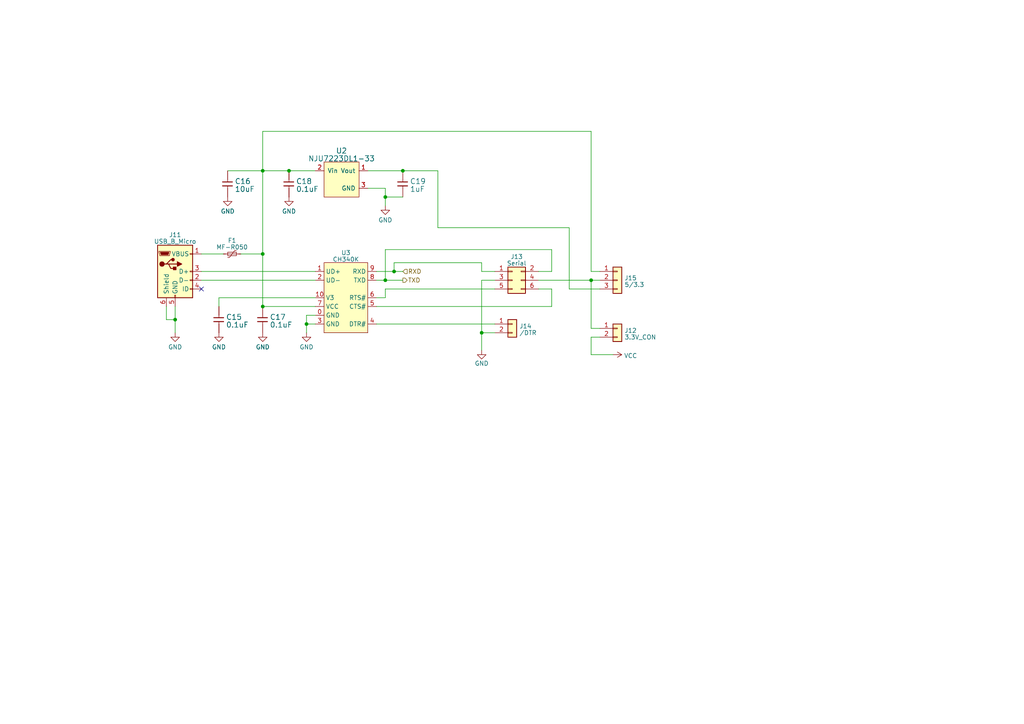
<source format=kicad_sch>
(kicad_sch (version 20230121) (generator eeschema)

  (uuid 222c645f-328a-4e57-8011-5b8c3bb15d83)

  (paper "A4")

  (lib_symbols
    (symbol "Connector:USB_B_Micro" (pin_names (offset 1.016)) (in_bom yes) (on_board yes)
      (property "Reference" "J" (at -5.08 11.43 0)
        (effects (font (size 1.27 1.27)) (justify left))
      )
      (property "Value" "USB_B_Micro" (at -5.08 8.89 0)
        (effects (font (size 1.27 1.27)) (justify left))
      )
      (property "Footprint" "" (at 3.81 -1.27 0)
        (effects (font (size 1.27 1.27)) hide)
      )
      (property "Datasheet" "~" (at 3.81 -1.27 0)
        (effects (font (size 1.27 1.27)) hide)
      )
      (property "ki_keywords" "connector USB micro" (at 0 0 0)
        (effects (font (size 1.27 1.27)) hide)
      )
      (property "ki_description" "USB Micro Type B connector" (at 0 0 0)
        (effects (font (size 1.27 1.27)) hide)
      )
      (property "ki_fp_filters" "USB*" (at 0 0 0)
        (effects (font (size 1.27 1.27)) hide)
      )
      (symbol "USB_B_Micro_0_1"
        (rectangle (start -5.08 -7.62) (end 5.08 7.62)
          (stroke (width 0.254) (type default))
          (fill (type background))
        )
        (circle (center -3.81 2.159) (radius 0.635)
          (stroke (width 0.254) (type default))
          (fill (type outline))
        )
        (circle (center -0.635 3.429) (radius 0.381)
          (stroke (width 0.254) (type default))
          (fill (type outline))
        )
        (rectangle (start -0.127 -7.62) (end 0.127 -6.858)
          (stroke (width 0) (type default))
          (fill (type none))
        )
        (polyline
          (pts
            (xy -1.905 2.159)
            (xy 0.635 2.159)
          )
          (stroke (width 0.254) (type default))
          (fill (type none))
        )
        (polyline
          (pts
            (xy -3.175 2.159)
            (xy -2.54 2.159)
            (xy -1.27 3.429)
            (xy -0.635 3.429)
          )
          (stroke (width 0.254) (type default))
          (fill (type none))
        )
        (polyline
          (pts
            (xy -2.54 2.159)
            (xy -1.905 2.159)
            (xy -1.27 0.889)
            (xy 0 0.889)
          )
          (stroke (width 0.254) (type default))
          (fill (type none))
        )
        (polyline
          (pts
            (xy 0.635 2.794)
            (xy 0.635 1.524)
            (xy 1.905 2.159)
            (xy 0.635 2.794)
          )
          (stroke (width 0.254) (type default))
          (fill (type outline))
        )
        (polyline
          (pts
            (xy -4.318 5.588)
            (xy -1.778 5.588)
            (xy -2.032 4.826)
            (xy -4.064 4.826)
            (xy -4.318 5.588)
          )
          (stroke (width 0) (type default))
          (fill (type outline))
        )
        (polyline
          (pts
            (xy -4.699 5.842)
            (xy -4.699 5.588)
            (xy -4.445 4.826)
            (xy -4.445 4.572)
            (xy -1.651 4.572)
            (xy -1.651 4.826)
            (xy -1.397 5.588)
            (xy -1.397 5.842)
            (xy -4.699 5.842)
          )
          (stroke (width 0) (type default))
          (fill (type none))
        )
        (rectangle (start 0.254 1.27) (end -0.508 0.508)
          (stroke (width 0.254) (type default))
          (fill (type outline))
        )
        (rectangle (start 5.08 -5.207) (end 4.318 -4.953)
          (stroke (width 0) (type default))
          (fill (type none))
        )
        (rectangle (start 5.08 -2.667) (end 4.318 -2.413)
          (stroke (width 0) (type default))
          (fill (type none))
        )
        (rectangle (start 5.08 -0.127) (end 4.318 0.127)
          (stroke (width 0) (type default))
          (fill (type none))
        )
        (rectangle (start 5.08 4.953) (end 4.318 5.207)
          (stroke (width 0) (type default))
          (fill (type none))
        )
      )
      (symbol "USB_B_Micro_1_1"
        (pin power_out line (at 7.62 5.08 180) (length 2.54)
          (name "VBUS" (effects (font (size 1.27 1.27))))
          (number "1" (effects (font (size 1.27 1.27))))
        )
        (pin bidirectional line (at 7.62 -2.54 180) (length 2.54)
          (name "D-" (effects (font (size 1.27 1.27))))
          (number "2" (effects (font (size 1.27 1.27))))
        )
        (pin bidirectional line (at 7.62 0 180) (length 2.54)
          (name "D+" (effects (font (size 1.27 1.27))))
          (number "3" (effects (font (size 1.27 1.27))))
        )
        (pin passive line (at 7.62 -5.08 180) (length 2.54)
          (name "ID" (effects (font (size 1.27 1.27))))
          (number "4" (effects (font (size 1.27 1.27))))
        )
        (pin power_out line (at 0 -10.16 90) (length 2.54)
          (name "GND" (effects (font (size 1.27 1.27))))
          (number "5" (effects (font (size 1.27 1.27))))
        )
        (pin passive line (at -2.54 -10.16 90) (length 2.54)
          (name "Shield" (effects (font (size 1.27 1.27))))
          (number "6" (effects (font (size 1.27 1.27))))
        )
      )
    )
    (symbol "Connector_Generic:Conn_01x02" (pin_names (offset 1.016) hide) (in_bom yes) (on_board yes)
      (property "Reference" "J" (at 0 2.54 0)
        (effects (font (size 1.27 1.27)))
      )
      (property "Value" "Conn_01x02" (at 0 -5.08 0)
        (effects (font (size 1.27 1.27)))
      )
      (property "Footprint" "" (at 0 0 0)
        (effects (font (size 1.27 1.27)) hide)
      )
      (property "Datasheet" "~" (at 0 0 0)
        (effects (font (size 1.27 1.27)) hide)
      )
      (property "ki_keywords" "connector" (at 0 0 0)
        (effects (font (size 1.27 1.27)) hide)
      )
      (property "ki_description" "Generic connector, single row, 01x02, script generated (kicad-library-utils/schlib/autogen/connector/)" (at 0 0 0)
        (effects (font (size 1.27 1.27)) hide)
      )
      (property "ki_fp_filters" "Connector*:*_1x??_*" (at 0 0 0)
        (effects (font (size 1.27 1.27)) hide)
      )
      (symbol "Conn_01x02_1_1"
        (rectangle (start -1.27 -2.413) (end 0 -2.667)
          (stroke (width 0.1524) (type default))
          (fill (type none))
        )
        (rectangle (start -1.27 0.127) (end 0 -0.127)
          (stroke (width 0.1524) (type default))
          (fill (type none))
        )
        (rectangle (start -1.27 1.27) (end 1.27 -3.81)
          (stroke (width 0.254) (type default))
          (fill (type background))
        )
        (pin passive line (at -5.08 0 0) (length 3.81)
          (name "Pin_1" (effects (font (size 1.27 1.27))))
          (number "1" (effects (font (size 1.27 1.27))))
        )
        (pin passive line (at -5.08 -2.54 0) (length 3.81)
          (name "Pin_2" (effects (font (size 1.27 1.27))))
          (number "2" (effects (font (size 1.27 1.27))))
        )
      )
    )
    (symbol "Connector_Generic:Conn_01x03" (pin_names (offset 1.016) hide) (in_bom yes) (on_board yes)
      (property "Reference" "J" (at 0 5.08 0)
        (effects (font (size 1.27 1.27)))
      )
      (property "Value" "Conn_01x03" (at 0 -5.08 0)
        (effects (font (size 1.27 1.27)))
      )
      (property "Footprint" "" (at 0 0 0)
        (effects (font (size 1.27 1.27)) hide)
      )
      (property "Datasheet" "~" (at 0 0 0)
        (effects (font (size 1.27 1.27)) hide)
      )
      (property "ki_keywords" "connector" (at 0 0 0)
        (effects (font (size 1.27 1.27)) hide)
      )
      (property "ki_description" "Generic connector, single row, 01x03, script generated (kicad-library-utils/schlib/autogen/connector/)" (at 0 0 0)
        (effects (font (size 1.27 1.27)) hide)
      )
      (property "ki_fp_filters" "Connector*:*_1x??_*" (at 0 0 0)
        (effects (font (size 1.27 1.27)) hide)
      )
      (symbol "Conn_01x03_1_1"
        (rectangle (start -1.27 -2.413) (end 0 -2.667)
          (stroke (width 0.1524) (type default))
          (fill (type none))
        )
        (rectangle (start -1.27 0.127) (end 0 -0.127)
          (stroke (width 0.1524) (type default))
          (fill (type none))
        )
        (rectangle (start -1.27 2.667) (end 0 2.413)
          (stroke (width 0.1524) (type default))
          (fill (type none))
        )
        (rectangle (start -1.27 3.81) (end 1.27 -3.81)
          (stroke (width 0.254) (type default))
          (fill (type background))
        )
        (pin passive line (at -5.08 2.54 0) (length 3.81)
          (name "Pin_1" (effects (font (size 1.27 1.27))))
          (number "1" (effects (font (size 1.27 1.27))))
        )
        (pin passive line (at -5.08 0 0) (length 3.81)
          (name "Pin_2" (effects (font (size 1.27 1.27))))
          (number "2" (effects (font (size 1.27 1.27))))
        )
        (pin passive line (at -5.08 -2.54 0) (length 3.81)
          (name "Pin_3" (effects (font (size 1.27 1.27))))
          (number "3" (effects (font (size 1.27 1.27))))
        )
      )
    )
    (symbol "Connector_Generic:Conn_02x03_Odd_Even" (pin_names (offset 1.016) hide) (in_bom yes) (on_board yes)
      (property "Reference" "J" (at 1.27 5.08 0)
        (effects (font (size 1.27 1.27)))
      )
      (property "Value" "Conn_02x03_Odd_Even" (at 1.27 -5.08 0)
        (effects (font (size 1.27 1.27)))
      )
      (property "Footprint" "" (at 0 0 0)
        (effects (font (size 1.27 1.27)) hide)
      )
      (property "Datasheet" "~" (at 0 0 0)
        (effects (font (size 1.27 1.27)) hide)
      )
      (property "ki_keywords" "connector" (at 0 0 0)
        (effects (font (size 1.27 1.27)) hide)
      )
      (property "ki_description" "Generic connector, double row, 02x03, odd/even pin numbering scheme (row 1 odd numbers, row 2 even numbers), script generated (kicad-library-utils/schlib/autogen/connector/)" (at 0 0 0)
        (effects (font (size 1.27 1.27)) hide)
      )
      (property "ki_fp_filters" "Connector*:*_2x??_*" (at 0 0 0)
        (effects (font (size 1.27 1.27)) hide)
      )
      (symbol "Conn_02x03_Odd_Even_1_1"
        (rectangle (start -1.27 -2.413) (end 0 -2.667)
          (stroke (width 0.1524) (type default))
          (fill (type none))
        )
        (rectangle (start -1.27 0.127) (end 0 -0.127)
          (stroke (width 0.1524) (type default))
          (fill (type none))
        )
        (rectangle (start -1.27 2.667) (end 0 2.413)
          (stroke (width 0.1524) (type default))
          (fill (type none))
        )
        (rectangle (start -1.27 3.81) (end 3.81 -3.81)
          (stroke (width 0.254) (type default))
          (fill (type background))
        )
        (rectangle (start 3.81 -2.413) (end 2.54 -2.667)
          (stroke (width 0.1524) (type default))
          (fill (type none))
        )
        (rectangle (start 3.81 0.127) (end 2.54 -0.127)
          (stroke (width 0.1524) (type default))
          (fill (type none))
        )
        (rectangle (start 3.81 2.667) (end 2.54 2.413)
          (stroke (width 0.1524) (type default))
          (fill (type none))
        )
        (pin passive line (at -5.08 2.54 0) (length 3.81)
          (name "Pin_1" (effects (font (size 1.27 1.27))))
          (number "1" (effects (font (size 1.27 1.27))))
        )
        (pin passive line (at 7.62 2.54 180) (length 3.81)
          (name "Pin_2" (effects (font (size 1.27 1.27))))
          (number "2" (effects (font (size 1.27 1.27))))
        )
        (pin passive line (at -5.08 0 0) (length 3.81)
          (name "Pin_3" (effects (font (size 1.27 1.27))))
          (number "3" (effects (font (size 1.27 1.27))))
        )
        (pin passive line (at 7.62 0 180) (length 3.81)
          (name "Pin_4" (effects (font (size 1.27 1.27))))
          (number "4" (effects (font (size 1.27 1.27))))
        )
        (pin passive line (at -5.08 -2.54 0) (length 3.81)
          (name "Pin_5" (effects (font (size 1.27 1.27))))
          (number "5" (effects (font (size 1.27 1.27))))
        )
        (pin passive line (at 7.62 -2.54 180) (length 3.81)
          (name "Pin_6" (effects (font (size 1.27 1.27))))
          (number "6" (effects (font (size 1.27 1.27))))
        )
      )
    )
    (symbol "Device:Polyfuse_Small" (pin_numbers hide) (pin_names (offset 0)) (in_bom yes) (on_board yes)
      (property "Reference" "F" (at -1.905 0 90)
        (effects (font (size 1.27 1.27)))
      )
      (property "Value" "Polyfuse_Small" (at 1.905 0 90)
        (effects (font (size 1.27 1.27)))
      )
      (property "Footprint" "" (at 1.27 -5.08 0)
        (effects (font (size 1.27 1.27)) (justify left) hide)
      )
      (property "Datasheet" "~" (at 0 0 0)
        (effects (font (size 1.27 1.27)) hide)
      )
      (property "ki_keywords" "resettable fuse PTC PPTC polyfuse polyswitch" (at 0 0 0)
        (effects (font (size 1.27 1.27)) hide)
      )
      (property "ki_description" "Resettable fuse, polymeric positive temperature coefficient, small symbol" (at 0 0 0)
        (effects (font (size 1.27 1.27)) hide)
      )
      (property "ki_fp_filters" "*polyfuse* *PTC*" (at 0 0 0)
        (effects (font (size 1.27 1.27)) hide)
      )
      (symbol "Polyfuse_Small_0_1"
        (rectangle (start -0.508 1.27) (end 0.508 -1.27)
          (stroke (width 0) (type default))
          (fill (type none))
        )
        (polyline
          (pts
            (xy 0 2.54)
            (xy 0 -2.54)
          )
          (stroke (width 0) (type default))
          (fill (type none))
        )
        (polyline
          (pts
            (xy -1.016 1.27)
            (xy -1.016 0.762)
            (xy 1.016 -0.762)
            (xy 1.016 -1.27)
          )
          (stroke (width 0) (type default))
          (fill (type none))
        )
      )
      (symbol "Polyfuse_Small_1_1"
        (pin passive line (at 0 2.54 270) (length 0.635)
          (name "~" (effects (font (size 1.27 1.27))))
          (number "1" (effects (font (size 1.27 1.27))))
        )
        (pin passive line (at 0 -2.54 90) (length 0.635)
          (name "~" (effects (font (size 1.27 1.27))))
          (number "2" (effects (font (size 1.27 1.27))))
        )
      )
    )
    (symbol "akizuki:C" (pin_numbers hide) (pin_names (offset 1.016) hide) (in_bom yes) (on_board yes)
      (property "Reference" "C" (at 2.54 2.54 0)
        (effects (font (size 1.524 1.524)))
      )
      (property "Value" "C" (at -2.54 -2.54 0)
        (effects (font (size 1.524 1.524)))
      )
      (property "Footprint" "" (at 0 0 90)
        (effects (font (size 1.524 1.524)) hide)
      )
      (property "Datasheet" "" (at 0 0 90)
        (effects (font (size 1.524 1.524)) hide)
      )
      (property "ki_fp_filters" "RAD-0.2 1608" (at 0 0 0)
        (effects (font (size 1.27 1.27)) hide)
      )
      (symbol "C_0_1"
        (rectangle (start -1.524 -0.508) (end 1.397 -0.635)
          (stroke (width 0) (type default))
          (fill (type none))
        )
        (rectangle (start -1.524 0.635) (end 1.397 0.508)
          (stroke (width 0) (type default))
          (fill (type none))
        )
        (rectangle (start 0 -0.635) (end 0 -1.27)
          (stroke (width 0) (type default))
          (fill (type none))
        )
        (rectangle (start 0 1.27) (end 0 0.635)
          (stroke (width 0) (type default))
          (fill (type none))
        )
      )
      (symbol "C_1_1"
        (pin passive line (at 0 -3.81 90) (length 2.54)
          (name "~" (effects (font (size 1.27 1.27))))
          (number "1" (effects (font (size 1.27 1.27))))
        )
        (pin passive line (at 0 3.81 270) (length 2.54)
          (name "~" (effects (font (size 1.27 1.27))))
          (number "2" (effects (font (size 1.27 1.27))))
        )
      )
    )
    (symbol "akizuki:CH340K" (in_bom yes) (on_board yes)
      (property "Reference" "U" (at 0 13.97 0)
        (effects (font (size 1.27 1.27)))
      )
      (property "Value" "CH340K" (at 0 11.43 0)
        (effects (font (size 1.27 1.27)))
      )
      (property "Footprint" "Library:SSOP-10_3.9x4.9mm_P1.00mm" (at 0 -11.43 0)
        (effects (font (size 1.27 1.27)) hide)
      )
      (property "Datasheet" "" (at 0 1.27 0)
        (effects (font (size 1.27 1.27)) hide)
      )
      (property "ki_keywords" "CH340" (at 0 0 0)
        (effects (font (size 1.27 1.27)) hide)
      )
      (property "ki_description" "USB to UART Bridge Controller CH340" (at 0 0 0)
        (effects (font (size 1.27 1.27)) hide)
      )
      (symbol "CH340K_0_1"
        (rectangle (start -6.35 10.16) (end 6.35 -10.16)
          (stroke (width 0) (type default))
          (fill (type background))
        )
      )
      (symbol "CH340K_1_1"
        (pin power_in line (at -8.89 -5.08 0) (length 2.54)
          (name "GND" (effects (font (size 1.27 1.27))))
          (number "0" (effects (font (size 1.27 1.27))))
        )
        (pin passive line (at -8.89 7.62 0) (length 2.54)
          (name "UD+" (effects (font (size 1.27 1.27))))
          (number "1" (effects (font (size 1.27 1.27))))
        )
        (pin power_in line (at -8.89 0 0) (length 2.54)
          (name "V3" (effects (font (size 1.27 1.27))))
          (number "10" (effects (font (size 1.27 1.27))))
        )
        (pin passive line (at -8.89 5.08 0) (length 2.54)
          (name "UD-" (effects (font (size 1.27 1.27))))
          (number "2" (effects (font (size 1.27 1.27))))
        )
        (pin power_in line (at -8.89 -7.62 0) (length 2.54)
          (name "GND" (effects (font (size 1.27 1.27))))
          (number "3" (effects (font (size 1.27 1.27))))
        )
        (pin output line (at 8.89 -7.62 180) (length 2.54)
          (name "DTR#" (effects (font (size 1.27 1.27))))
          (number "4" (effects (font (size 1.27 1.27))))
        )
        (pin input line (at 8.89 -2.54 180) (length 2.54)
          (name "CTS#" (effects (font (size 1.27 1.27))))
          (number "5" (effects (font (size 1.27 1.27))))
        )
        (pin output line (at 8.89 0 180) (length 2.54)
          (name "RTS#" (effects (font (size 1.27 1.27))))
          (number "6" (effects (font (size 1.27 1.27))))
        )
        (pin power_in line (at -8.89 -2.54 0) (length 2.54)
          (name "VCC" (effects (font (size 1.27 1.27))))
          (number "7" (effects (font (size 1.27 1.27))))
        )
        (pin output line (at 8.89 5.08 180) (length 2.54)
          (name "TXD" (effects (font (size 1.27 1.27))))
          (number "8" (effects (font (size 1.27 1.27))))
        )
        (pin input line (at 8.89 7.62 180) (length 2.54)
          (name "RXD" (effects (font (size 1.27 1.27))))
          (number "9" (effects (font (size 1.27 1.27))))
        )
      )
    )
    (symbol "akizuki:NJU7223DL1-33" (pin_names (offset 1.016)) (in_bom yes) (on_board yes)
      (property "Reference" "U" (at 2.54 6.35 0)
        (effects (font (size 1.524 1.524)))
      )
      (property "Value" "NJU7223DL1-33" (at 3.81 -6.35 0)
        (effects (font (size 1.524 1.524)))
      )
      (property "Footprint" "Package_TO_SOT_SMD:TO-252-2" (at 0 0 0)
        (effects (font (size 1.524 1.524)) hide)
      )
      (property "Datasheet" "http://akizukidenshi.com/download/ds/njr/NJU7223_j.pdf" (at 0 0 0)
        (effects (font (size 1.524 1.524)) hide)
      )
      (property "ki_description" "JRC 3.3V/500mA Regulator" (at 0 0 0)
        (effects (font (size 1.27 1.27)) hide)
      )
      (property "ki_fp_filters" "TO-252" (at 0 0 0)
        (effects (font (size 1.27 1.27)) hide)
      )
      (symbol "NJU7223DL1-33_0_1"
        (rectangle (start -5.08 5.08) (end 5.08 -5.08)
          (stroke (width 0) (type default))
          (fill (type background))
        )
      )
      (symbol "NJU7223DL1-33_1_1"
        (pin power_out line (at 7.62 2.54 180) (length 2.54)
          (name "Vout" (effects (font (size 1.27 1.27))))
          (number "1" (effects (font (size 1.27 1.27))))
        )
        (pin power_in line (at -7.62 2.54 0) (length 2.54)
          (name "Vin" (effects (font (size 1.27 1.27))))
          (number "2" (effects (font (size 1.27 1.27))))
        )
        (pin power_in line (at 7.62 -2.54 180) (length 2.54)
          (name "GND" (effects (font (size 1.27 1.27))))
          (number "3" (effects (font (size 1.27 1.27))))
        )
      )
    )
    (symbol "power:GND" (power) (pin_names (offset 0)) (in_bom yes) (on_board yes)
      (property "Reference" "#PWR" (at 0 -6.35 0)
        (effects (font (size 1.27 1.27)) hide)
      )
      (property "Value" "GND" (at 0 -3.81 0)
        (effects (font (size 1.27 1.27)))
      )
      (property "Footprint" "" (at 0 0 0)
        (effects (font (size 1.27 1.27)) hide)
      )
      (property "Datasheet" "" (at 0 0 0)
        (effects (font (size 1.27 1.27)) hide)
      )
      (property "ki_keywords" "global power" (at 0 0 0)
        (effects (font (size 1.27 1.27)) hide)
      )
      (property "ki_description" "Power symbol creates a global label with name \"GND\" , ground" (at 0 0 0)
        (effects (font (size 1.27 1.27)) hide)
      )
      (symbol "GND_0_1"
        (polyline
          (pts
            (xy 0 0)
            (xy 0 -1.27)
            (xy 1.27 -1.27)
            (xy 0 -2.54)
            (xy -1.27 -1.27)
            (xy 0 -1.27)
          )
          (stroke (width 0) (type default))
          (fill (type none))
        )
      )
      (symbol "GND_1_1"
        (pin power_in line (at 0 0 270) (length 0) hide
          (name "GND" (effects (font (size 1.27 1.27))))
          (number "1" (effects (font (size 1.27 1.27))))
        )
      )
    )
    (symbol "power:VCC" (power) (pin_names (offset 0)) (in_bom yes) (on_board yes)
      (property "Reference" "#PWR" (at 0 -3.81 0)
        (effects (font (size 1.27 1.27)) hide)
      )
      (property "Value" "VCC" (at 0 3.81 0)
        (effects (font (size 1.27 1.27)))
      )
      (property "Footprint" "" (at 0 0 0)
        (effects (font (size 1.27 1.27)) hide)
      )
      (property "Datasheet" "" (at 0 0 0)
        (effects (font (size 1.27 1.27)) hide)
      )
      (property "ki_keywords" "global power" (at 0 0 0)
        (effects (font (size 1.27 1.27)) hide)
      )
      (property "ki_description" "Power symbol creates a global label with name \"VCC\"" (at 0 0 0)
        (effects (font (size 1.27 1.27)) hide)
      )
      (symbol "VCC_0_1"
        (polyline
          (pts
            (xy -0.762 1.27)
            (xy 0 2.54)
          )
          (stroke (width 0) (type default))
          (fill (type none))
        )
        (polyline
          (pts
            (xy 0 0)
            (xy 0 2.54)
          )
          (stroke (width 0) (type default))
          (fill (type none))
        )
        (polyline
          (pts
            (xy 0 2.54)
            (xy 0.762 1.27)
          )
          (stroke (width 0) (type default))
          (fill (type none))
        )
      )
      (symbol "VCC_1_1"
        (pin power_in line (at 0 0 90) (length 0) hide
          (name "VCC" (effects (font (size 1.27 1.27))))
          (number "1" (effects (font (size 1.27 1.27))))
        )
      )
    )
  )

  (junction (at 171.45 81.28) (diameter 0) (color 0 0 0 0)
    (uuid 01d39f53-60a8-4e02-801c-e6c5047a5a86)
  )
  (junction (at 111.76 57.15) (diameter 0) (color 0 0 0 0)
    (uuid 17a56cb6-72e9-4960-a653-0699ec3525d4)
  )
  (junction (at 88.9 93.98) (diameter 0) (color 0 0 0 0)
    (uuid 23be2b79-9c8e-45d5-aeee-d57892b8a0aa)
  )
  (junction (at 83.82 49.53) (diameter 0) (color 0 0 0 0)
    (uuid 3476185f-d2d2-4115-9a8e-0fcdc09cb2d0)
  )
  (junction (at 76.2 49.53) (diameter 0) (color 0 0 0 0)
    (uuid 6fdc6b01-9b24-463a-91f7-6360b7190e63)
  )
  (junction (at 116.84 49.53) (diameter 0) (color 0 0 0 0)
    (uuid 79655179-b4eb-455a-9d7c-07d48412f629)
  )
  (junction (at 139.7 96.52) (diameter 0) (color 0 0 0 0)
    (uuid 79853ed2-d0c1-4a59-be7d-679ba452ced7)
  )
  (junction (at 50.8 92.71) (diameter 0) (color 0 0 0 0)
    (uuid 7afa08e4-4dc4-448f-a346-4e44aca68aa0)
  )
  (junction (at 76.2 73.66) (diameter 0) (color 0 0 0 0)
    (uuid 82b58613-7bb4-467d-aeee-44a273db18f9)
  )
  (junction (at 111.76 81.28) (diameter 0) (color 0 0 0 0)
    (uuid a4df415d-c930-4ca4-b7c4-85b107f80ad6)
  )
  (junction (at 76.2 88.9) (diameter 0) (color 0 0 0 0)
    (uuid c664cf01-b23d-4e64-8b18-9402c610ba73)
  )
  (junction (at 114.3 78.74) (diameter 0) (color 0 0 0 0)
    (uuid fb96b098-231f-4b88-9e41-7faa51829cfa)
  )

  (no_connect (at 58.42 83.82) (uuid 968f2bcf-0a6d-4106-ba3d-02fd0c5403d9))

  (wire (pts (xy 171.45 81.28) (xy 173.99 81.28))
    (stroke (width 0) (type default))
    (uuid 01763f29-97a6-4b30-8a17-8e5353da2384)
  )
  (wire (pts (xy 111.76 81.28) (xy 116.84 81.28))
    (stroke (width 0) (type default))
    (uuid 038e59c4-2158-4de1-a4a4-80fde4b6a348)
  )
  (wire (pts (xy 76.2 38.1) (xy 76.2 49.53))
    (stroke (width 0) (type default))
    (uuid 19fb3fb9-a45c-430c-b80c-ecfbae74ef0d)
  )
  (wire (pts (xy 88.9 93.98) (xy 88.9 96.52))
    (stroke (width 0) (type default))
    (uuid 22baf6ce-513e-4530-9d7a-5c78667246d9)
  )
  (wire (pts (xy 109.22 78.74) (xy 114.3 78.74))
    (stroke (width 0) (type default))
    (uuid 30678205-1c1d-4f80-82f0-7ce892de419c)
  )
  (wire (pts (xy 111.76 57.15) (xy 111.76 54.61))
    (stroke (width 0) (type default))
    (uuid 3617a197-b9e7-43d4-8200-306445b05904)
  )
  (wire (pts (xy 171.45 97.79) (xy 171.45 102.87))
    (stroke (width 0) (type default))
    (uuid 3ae5153a-1aee-4cc0-9f00-ed995037b64f)
  )
  (wire (pts (xy 160.02 72.39) (xy 111.76 72.39))
    (stroke (width 0) (type default))
    (uuid 3b54cb9d-ccae-4dcc-93e5-1de141598f6a)
  )
  (wire (pts (xy 109.22 81.28) (xy 111.76 81.28))
    (stroke (width 0) (type default))
    (uuid 4174576d-b5bb-440f-b71f-c96abfd4208d)
  )
  (wire (pts (xy 114.3 78.74) (xy 114.3 76.2))
    (stroke (width 0) (type default))
    (uuid 426325e2-c89f-4558-ab6a-913ed9b70037)
  )
  (wire (pts (xy 173.99 78.74) (xy 171.45 78.74))
    (stroke (width 0) (type default))
    (uuid 503ca56e-0ffc-440f-9b85-16cfd1635e52)
  )
  (wire (pts (xy 76.2 49.53) (xy 76.2 73.66))
    (stroke (width 0) (type default))
    (uuid 569f35ff-af4f-46b9-82e8-8183843ef85e)
  )
  (wire (pts (xy 160.02 88.9) (xy 160.02 83.82))
    (stroke (width 0) (type default))
    (uuid 57af68ac-d47a-41f3-8354-e2b5c24f789c)
  )
  (wire (pts (xy 76.2 88.9) (xy 91.44 88.9))
    (stroke (width 0) (type default))
    (uuid 57c9aeb2-39b5-4d54-ab69-3462c86e44d1)
  )
  (wire (pts (xy 106.68 49.53) (xy 116.84 49.53))
    (stroke (width 0) (type default))
    (uuid 5aea656e-cdbb-4746-974f-393c8a75a20e)
  )
  (wire (pts (xy 171.45 102.87) (xy 177.8 102.87))
    (stroke (width 0) (type default))
    (uuid 5afaf38b-68fc-4557-ae95-4d683b4f24f4)
  )
  (wire (pts (xy 160.02 78.74) (xy 160.02 72.39))
    (stroke (width 0) (type default))
    (uuid 5db4dfa6-85f8-4cb0-8914-27a3270895d2)
  )
  (wire (pts (xy 88.9 93.98) (xy 91.44 93.98))
    (stroke (width 0) (type default))
    (uuid 5f58405c-7a28-4a46-8c91-619bd8a18940)
  )
  (wire (pts (xy 69.85 73.66) (xy 76.2 73.66))
    (stroke (width 0) (type default))
    (uuid 625ceb5b-b041-41f8-a722-3293ca294f75)
  )
  (wire (pts (xy 50.8 92.71) (xy 50.8 96.52))
    (stroke (width 0) (type default))
    (uuid 62683996-aa78-4109-a14c-88ddd6465d51)
  )
  (wire (pts (xy 111.76 57.15) (xy 116.84 57.15))
    (stroke (width 0) (type default))
    (uuid 6275d556-76ee-4c47-b071-c319662f1929)
  )
  (wire (pts (xy 111.76 86.36) (xy 111.76 83.82))
    (stroke (width 0) (type default))
    (uuid 65b8c763-bcac-45d9-a957-65c3dab9f81b)
  )
  (wire (pts (xy 58.42 81.28) (xy 91.44 81.28))
    (stroke (width 0) (type default))
    (uuid 65d01cb7-0924-49e7-b699-2887bee51a00)
  )
  (wire (pts (xy 139.7 81.28) (xy 139.7 96.52))
    (stroke (width 0) (type default))
    (uuid 66de35a5-7f62-4a24-b69d-abdc60e906b2)
  )
  (wire (pts (xy 50.8 88.9) (xy 50.8 92.71))
    (stroke (width 0) (type default))
    (uuid 682508de-8b85-460a-91c7-7e2751ea51fc)
  )
  (wire (pts (xy 139.7 78.74) (xy 143.51 78.74))
    (stroke (width 0) (type default))
    (uuid 692dd182-8665-4cf6-a8f1-75e1ba0b88ce)
  )
  (wire (pts (xy 139.7 96.52) (xy 139.7 101.6))
    (stroke (width 0) (type default))
    (uuid 6b707183-3cd7-4b83-a796-049eacf2813c)
  )
  (wire (pts (xy 111.76 59.69) (xy 111.76 57.15))
    (stroke (width 0) (type default))
    (uuid 6b83678d-ca83-402f-ad4d-1f337bd60162)
  )
  (wire (pts (xy 171.45 38.1) (xy 76.2 38.1))
    (stroke (width 0) (type default))
    (uuid 6b973a2b-b2b8-4389-991b-c6e4551370d7)
  )
  (wire (pts (xy 173.99 97.79) (xy 171.45 97.79))
    (stroke (width 0) (type default))
    (uuid 7095b952-0ed9-442e-be29-d365b617e722)
  )
  (wire (pts (xy 91.44 86.36) (xy 63.5 86.36))
    (stroke (width 0) (type default))
    (uuid 72399a91-b452-47d4-add5-0ea9bdd8bf29)
  )
  (wire (pts (xy 171.45 78.74) (xy 171.45 38.1))
    (stroke (width 0) (type default))
    (uuid 73c959b6-850e-4447-8046-5e011453b612)
  )
  (wire (pts (xy 156.21 81.28) (xy 171.45 81.28))
    (stroke (width 0) (type default))
    (uuid 767e809c-47c5-44cf-93ac-12300ccde353)
  )
  (wire (pts (xy 171.45 81.28) (xy 171.45 95.25))
    (stroke (width 0) (type default))
    (uuid 76d6da3f-b6b7-4987-8b01-8998bc1e5650)
  )
  (wire (pts (xy 58.42 78.74) (xy 91.44 78.74))
    (stroke (width 0) (type default))
    (uuid 76e41db0-b113-4173-bf48-0504f1b9c3af)
  )
  (wire (pts (xy 156.21 78.74) (xy 160.02 78.74))
    (stroke (width 0) (type default))
    (uuid 76f4014e-01ed-4124-9ed3-673d3a210a24)
  )
  (wire (pts (xy 83.82 49.53) (xy 91.44 49.53))
    (stroke (width 0) (type default))
    (uuid 7b2a0f2c-244c-499c-87f6-dc51dff4de3d)
  )
  (wire (pts (xy 160.02 83.82) (xy 156.21 83.82))
    (stroke (width 0) (type default))
    (uuid 7e9b259e-f877-4b6f-ba76-9bc92f0fc2b6)
  )
  (wire (pts (xy 109.22 88.9) (xy 160.02 88.9))
    (stroke (width 0) (type default))
    (uuid 8045e2c8-7ecf-4733-9286-8ffa237167f1)
  )
  (wire (pts (xy 48.26 92.71) (xy 50.8 92.71))
    (stroke (width 0) (type default))
    (uuid 808bf5dc-3832-4424-b5c8-d6c1992ac2b4)
  )
  (wire (pts (xy 173.99 95.25) (xy 171.45 95.25))
    (stroke (width 0) (type default))
    (uuid 81d66122-5bb2-46ca-85d5-df83c06e96db)
  )
  (wire (pts (xy 91.44 91.44) (xy 88.9 91.44))
    (stroke (width 0) (type default))
    (uuid 8f85be67-18a6-4f1f-8b4b-792d47121361)
  )
  (wire (pts (xy 114.3 78.74) (xy 116.84 78.74))
    (stroke (width 0) (type default))
    (uuid 9a5f76ef-86fd-4836-8383-934ebf61a93b)
  )
  (wire (pts (xy 139.7 76.2) (xy 139.7 78.74))
    (stroke (width 0) (type default))
    (uuid 9e68446c-9cf8-4e6f-948b-bb7db58fd1e8)
  )
  (wire (pts (xy 58.42 73.66) (xy 64.77 73.66))
    (stroke (width 0) (type default))
    (uuid 9f9d3b5c-6c4e-4c1b-ad55-e448d9b7c9a6)
  )
  (wire (pts (xy 109.22 93.98) (xy 143.51 93.98))
    (stroke (width 0) (type default))
    (uuid a028802c-60a5-4044-a94c-d07336486b77)
  )
  (wire (pts (xy 111.76 83.82) (xy 143.51 83.82))
    (stroke (width 0) (type default))
    (uuid a0c27532-f0a3-4db8-9e20-6efbb939694b)
  )
  (wire (pts (xy 173.99 83.82) (xy 165.1 83.82))
    (stroke (width 0) (type default))
    (uuid a47fff26-eb0b-42b8-998b-fb1c909cf5df)
  )
  (wire (pts (xy 127 66.04) (xy 127 49.53))
    (stroke (width 0) (type default))
    (uuid ab692432-49fc-4277-95a9-f08ff9e7c425)
  )
  (wire (pts (xy 83.82 49.53) (xy 76.2 49.53))
    (stroke (width 0) (type default))
    (uuid abfe4203-e4f6-4fbd-9063-9a27f5ac1888)
  )
  (wire (pts (xy 76.2 73.66) (xy 76.2 88.9))
    (stroke (width 0) (type default))
    (uuid ac8143c8-9a7b-4838-982d-279a6e85126e)
  )
  (wire (pts (xy 48.26 88.9) (xy 48.26 92.71))
    (stroke (width 0) (type default))
    (uuid b4d34b4f-51bf-48fd-82b6-44c31608fdd3)
  )
  (wire (pts (xy 139.7 96.52) (xy 143.51 96.52))
    (stroke (width 0) (type default))
    (uuid b7254c22-c9a6-43d8-8e6a-c6e2983ac560)
  )
  (wire (pts (xy 88.9 91.44) (xy 88.9 93.98))
    (stroke (width 0) (type default))
    (uuid c1b8c364-7aa7-45f7-a507-658859e644fa)
  )
  (wire (pts (xy 106.68 54.61) (xy 111.76 54.61))
    (stroke (width 0) (type default))
    (uuid d82efcfc-a526-48f5-bcab-a5d32875bfe5)
  )
  (wire (pts (xy 143.51 81.28) (xy 139.7 81.28))
    (stroke (width 0) (type default))
    (uuid d915486b-7680-46f2-9305-4c779a30be67)
  )
  (wire (pts (xy 165.1 66.04) (xy 127 66.04))
    (stroke (width 0) (type default))
    (uuid dc1825ee-a6b1-4bc1-be41-64a6ba804d43)
  )
  (wire (pts (xy 165.1 83.82) (xy 165.1 66.04))
    (stroke (width 0) (type default))
    (uuid e4cbd860-e2a8-43ff-93b9-821ca224e8ff)
  )
  (wire (pts (xy 111.76 72.39) (xy 111.76 81.28))
    (stroke (width 0) (type default))
    (uuid e61313aa-115e-40b8-a0cf-9f1c93c3941b)
  )
  (wire (pts (xy 63.5 86.36) (xy 63.5 88.9))
    (stroke (width 0) (type default))
    (uuid ebf159c5-0da3-4809-b224-587b33d03b8f)
  )
  (wire (pts (xy 66.04 49.53) (xy 76.2 49.53))
    (stroke (width 0) (type default))
    (uuid ee8394a8-a9fa-40f4-81f4-9265b337092e)
  )
  (wire (pts (xy 116.84 49.53) (xy 127 49.53))
    (stroke (width 0) (type default))
    (uuid ef451ee2-1dc6-4635-90a6-c5798c040285)
  )
  (wire (pts (xy 114.3 76.2) (xy 139.7 76.2))
    (stroke (width 0) (type default))
    (uuid f00a7a4a-1784-42db-9b2c-53c307ec08e9)
  )
  (wire (pts (xy 109.22 86.36) (xy 111.76 86.36))
    (stroke (width 0) (type default))
    (uuid f9c8cc93-6b84-4d9e-ae5a-4e1bd26819ef)
  )

  (hierarchical_label "TXD" (shape output) (at 116.84 81.28 0) (fields_autoplaced)
    (effects (font (size 1.27 1.27)) (justify left))
    (uuid 87009e64-9890-4e04-9653-e777c88ad37e)
  )
  (hierarchical_label "RXD" (shape input) (at 116.84 78.74 0) (fields_autoplaced)
    (effects (font (size 1.27 1.27)) (justify left))
    (uuid 9c59c1b3-f949-4937-9ed6-9a1bc2a64d80)
  )

  (symbol (lib_id "akizuki:CH340K") (at 100.33 86.36 0) (unit 1)
    (in_bom yes) (on_board yes) (dnp no) (fields_autoplaced)
    (uuid 007be670-4d87-46a0-b5da-a9349b2c72e6)
    (property "Reference" "U3" (at 100.33 73.3171 0)
      (effects (font (size 1.27 1.27)))
    )
    (property "Value" "CH340K" (at 100.33 75.2381 0)
      (effects (font (size 1.27 1.27)))
    )
    (property "Footprint" "Library:SSOP-10_3.9x4.9mm_P1.00mm" (at 100.33 97.79 0)
      (effects (font (size 1.27 1.27)) hide)
    )
    (property "Datasheet" "" (at 100.33 85.09 0)
      (effects (font (size 1.27 1.27)) hide)
    )
    (pin "0" (uuid d85a30de-fb56-4124-b603-19eb7dc2c570))
    (pin "1" (uuid b9c0fb56-e7bf-4c46-9b7d-7cefc9dbfe3b))
    (pin "10" (uuid dbfbc592-15ea-4319-9e07-85b31db23649))
    (pin "2" (uuid 4c776f7f-9a52-4e44-952a-0bffefb3e990))
    (pin "3" (uuid 5b531afe-482f-4f2b-9975-19e4818e65aa))
    (pin "4" (uuid 545aef8e-d1d0-4d88-bf44-cef26bc8370b))
    (pin "5" (uuid 189c3b46-8afa-4db5-9763-ee1a97be7dc5))
    (pin "6" (uuid 3bd047ce-0534-4683-8b0d-02b61342aee1))
    (pin "7" (uuid 60dd82b1-6f22-4c22-8d99-b6ece2ecbbd2))
    (pin "8" (uuid 4dfd5cee-2d4e-4e00-9b3c-3ba904ad4b99))
    (pin "9" (uuid dfd1752c-83c6-43fb-b15c-2af804984851))
    (instances
      (project "RX140_board"
        (path "/1ba7daaa-0b3e-4d88-b450-d41f3b2cc6e9/f8ddbd88-db59-428c-85a3-c7b178ec34c2"
          (reference "U3") (unit 1)
        )
      )
    )
  )

  (symbol (lib_id "akizuki:C") (at 63.5 92.71 0) (unit 1)
    (in_bom yes) (on_board yes) (dnp no) (fields_autoplaced)
    (uuid 102cdae6-dbdb-4cfc-aaf5-f97e93e73ac4)
    (property "Reference" "C15" (at 65.532 91.963 0)
      (effects (font (size 1.524 1.524)) (justify left))
    )
    (property "Value" "0.1uF" (at 65.532 94.2172 0)
      (effects (font (size 1.524 1.524)) (justify left))
    )
    (property "Footprint" "Capacitor_SMD:C_0603_1608Metric_Pad1.08x0.95mm_HandSolder" (at 63.5 92.71 90)
      (effects (font (size 1.524 1.524)) hide)
    )
    (property "Datasheet" "" (at 63.5 92.71 90)
      (effects (font (size 1.524 1.524)) hide)
    )
    (pin "1" (uuid 8bff2fec-593f-404d-b3ba-143fd4e3d160))
    (pin "2" (uuid 64181e07-b067-4dc5-bf3c-4e4da39b1fa9))
    (instances
      (project "RX140_board"
        (path "/1ba7daaa-0b3e-4d88-b450-d41f3b2cc6e9/f8ddbd88-db59-428c-85a3-c7b178ec34c2"
          (reference "C15") (unit 1)
        )
      )
    )
  )

  (symbol (lib_id "power:GND") (at 111.76 59.69 0) (unit 1)
    (in_bom yes) (on_board yes) (dnp no) (fields_autoplaced)
    (uuid 141d7f59-0475-4a19-be6a-1b01e510e073)
    (property "Reference" "#PWR056" (at 111.76 66.04 0)
      (effects (font (size 1.27 1.27)) hide)
    )
    (property "Value" "GND" (at 111.76 63.8255 0)
      (effects (font (size 1.27 1.27)))
    )
    (property "Footprint" "" (at 111.76 59.69 0)
      (effects (font (size 1.27 1.27)) hide)
    )
    (property "Datasheet" "" (at 111.76 59.69 0)
      (effects (font (size 1.27 1.27)) hide)
    )
    (pin "1" (uuid a70060df-36be-4a9b-89a8-37c7a23df4ba))
    (instances
      (project "RX140_board"
        (path "/1ba7daaa-0b3e-4d88-b450-d41f3b2cc6e9/f8ddbd88-db59-428c-85a3-c7b178ec34c2"
          (reference "#PWR056") (unit 1)
        )
      )
    )
  )

  (symbol (lib_id "power:VCC") (at 177.8 102.87 270) (unit 1)
    (in_bom yes) (on_board yes) (dnp no) (fields_autoplaced)
    (uuid 177265cd-d4ae-434d-9daa-c400b0eafe08)
    (property "Reference" "#PWR057" (at 173.99 102.87 0)
      (effects (font (size 1.27 1.27)) hide)
    )
    (property "Value" "VCC" (at 180.975 103.1868 90)
      (effects (font (size 1.27 1.27)) (justify left))
    )
    (property "Footprint" "" (at 177.8 102.87 0)
      (effects (font (size 1.27 1.27)) hide)
    )
    (property "Datasheet" "" (at 177.8 102.87 0)
      (effects (font (size 1.27 1.27)) hide)
    )
    (pin "1" (uuid ff39c80a-986a-4e8b-8c3c-e65d374cd12e))
    (instances
      (project "RX140_board"
        (path "/1ba7daaa-0b3e-4d88-b450-d41f3b2cc6e9/f8ddbd88-db59-428c-85a3-c7b178ec34c2"
          (reference "#PWR057") (unit 1)
        )
      )
    )
  )

  (symbol (lib_id "Connector:USB_B_Micro") (at 50.8 78.74 0) (unit 1)
    (in_bom yes) (on_board yes) (dnp no) (fields_autoplaced)
    (uuid 1d2df58e-20a8-4c16-9707-364fe9daa2e3)
    (property "Reference" "J11" (at 50.8 68.1101 0)
      (effects (font (size 1.27 1.27)))
    )
    (property "Value" "USB_B_Micro" (at 50.8 70.0311 0)
      (effects (font (size 1.27 1.27)))
    )
    (property "Footprint" "Library:USB_MICRO_B-HIROSE-ZX62R-B-5P" (at 54.61 80.01 0)
      (effects (font (size 1.27 1.27)) hide)
    )
    (property "Datasheet" "~" (at 54.61 80.01 0)
      (effects (font (size 1.27 1.27)) hide)
    )
    (pin "1" (uuid 3bc5448e-3c58-4277-92a0-0bf0e22f01da))
    (pin "2" (uuid 4aed6fc5-59a4-4975-a869-7861a2836eb6))
    (pin "3" (uuid 7f51d298-0cfd-4709-b8c0-4cd45da28840))
    (pin "4" (uuid 4d6f6d4a-6d0c-4d69-a35b-4218ae6609ec))
    (pin "5" (uuid a2aa4a62-1617-473a-9f91-194ff217173f))
    (pin "6" (uuid f90a74ce-2315-4be8-97ee-4f1738721058))
    (instances
      (project "RX140_board"
        (path "/1ba7daaa-0b3e-4d88-b450-d41f3b2cc6e9/f8ddbd88-db59-428c-85a3-c7b178ec34c2"
          (reference "J11") (unit 1)
        )
      )
    )
  )

  (symbol (lib_id "akizuki:C") (at 116.84 53.34 0) (unit 1)
    (in_bom yes) (on_board yes) (dnp no) (fields_autoplaced)
    (uuid 3683a014-91a6-48db-9d08-e9ad09752173)
    (property "Reference" "C19" (at 118.872 52.593 0)
      (effects (font (size 1.524 1.524)) (justify left))
    )
    (property "Value" "1uF" (at 118.872 54.8472 0)
      (effects (font (size 1.524 1.524)) (justify left))
    )
    (property "Footprint" "Capacitor_SMD:C_0603_1608Metric_Pad1.08x0.95mm_HandSolder" (at 116.84 53.34 90)
      (effects (font (size 1.524 1.524)) hide)
    )
    (property "Datasheet" "" (at 116.84 53.34 90)
      (effects (font (size 1.524 1.524)) hide)
    )
    (pin "1" (uuid 21fefc7b-dfb0-43f8-ba1c-7e6a477f0053))
    (pin "2" (uuid e15f1960-af90-431c-9836-1b0602a9d54d))
    (instances
      (project "RX140_board"
        (path "/1ba7daaa-0b3e-4d88-b450-d41f3b2cc6e9/f8ddbd88-db59-428c-85a3-c7b178ec34c2"
          (reference "C19") (unit 1)
        )
      )
    )
  )

  (symbol (lib_id "Connector_Generic:Conn_01x02") (at 148.59 93.98 0) (unit 1)
    (in_bom yes) (on_board yes) (dnp no) (fields_autoplaced)
    (uuid 448e0da5-7d79-4d04-ad7e-6e5cc7014a53)
    (property "Reference" "J14" (at 150.622 94.6063 0)
      (effects (font (size 1.27 1.27)) (justify left))
    )
    (property "Value" "/DTR" (at 150.622 96.5273 0)
      (effects (font (size 1.27 1.27)) (justify left))
    )
    (property "Footprint" "Connector_PinHeader_2.54mm:PinHeader_1x02_P2.54mm_Vertical" (at 148.59 93.98 0)
      (effects (font (size 1.27 1.27)) hide)
    )
    (property "Datasheet" "~" (at 148.59 93.98 0)
      (effects (font (size 1.27 1.27)) hide)
    )
    (pin "1" (uuid bd91124f-be5a-4359-9f49-073231069897))
    (pin "2" (uuid 3af3a193-dd05-48e9-af12-2d7f2fa85df9))
    (instances
      (project "RX140_board"
        (path "/1ba7daaa-0b3e-4d88-b450-d41f3b2cc6e9/f8ddbd88-db59-428c-85a3-c7b178ec34c2"
          (reference "J14") (unit 1)
        )
      )
    )
  )

  (symbol (lib_id "akizuki:C") (at 66.04 53.34 0) (unit 1)
    (in_bom yes) (on_board yes) (dnp no) (fields_autoplaced)
    (uuid 4ca172fd-616c-4d07-ab71-154ca0deb8ed)
    (property "Reference" "C16" (at 68.072 52.593 0)
      (effects (font (size 1.524 1.524)) (justify left))
    )
    (property "Value" "10uF" (at 68.072 54.8472 0)
      (effects (font (size 1.524 1.524)) (justify left))
    )
    (property "Footprint" "Capacitor_SMD:C_0603_1608Metric_Pad1.08x0.95mm_HandSolder" (at 66.04 53.34 90)
      (effects (font (size 1.524 1.524)) hide)
    )
    (property "Datasheet" "" (at 66.04 53.34 90)
      (effects (font (size 1.524 1.524)) hide)
    )
    (pin "1" (uuid 4558aa50-d200-4d9f-8278-21090e4dd207))
    (pin "2" (uuid 2f89fe20-47eb-400b-a7b3-1ffdaeb7ef14))
    (instances
      (project "RX140_board"
        (path "/1ba7daaa-0b3e-4d88-b450-d41f3b2cc6e9/f8ddbd88-db59-428c-85a3-c7b178ec34c2"
          (reference "C16") (unit 1)
        )
      )
    )
  )

  (symbol (lib_id "akizuki:C") (at 76.2 92.71 0) (unit 1)
    (in_bom yes) (on_board yes) (dnp no) (fields_autoplaced)
    (uuid 605ee1b0-0df6-4093-9f8e-2578a1b82da8)
    (property "Reference" "C17" (at 78.232 91.963 0)
      (effects (font (size 1.524 1.524)) (justify left))
    )
    (property "Value" "0.1uF" (at 78.232 94.2172 0)
      (effects (font (size 1.524 1.524)) (justify left))
    )
    (property "Footprint" "Capacitor_SMD:C_0603_1608Metric_Pad1.08x0.95mm_HandSolder" (at 76.2 92.71 90)
      (effects (font (size 1.524 1.524)) hide)
    )
    (property "Datasheet" "" (at 76.2 92.71 90)
      (effects (font (size 1.524 1.524)) hide)
    )
    (pin "1" (uuid 6414dd27-156a-4734-8124-b51a291cd7c4))
    (pin "2" (uuid 84c4938b-2f79-4d59-bb67-f92c586256b7))
    (instances
      (project "RX140_board"
        (path "/1ba7daaa-0b3e-4d88-b450-d41f3b2cc6e9/f8ddbd88-db59-428c-85a3-c7b178ec34c2"
          (reference "C17") (unit 1)
        )
      )
    )
  )

  (symbol (lib_id "Connector_Generic:Conn_01x02") (at 179.07 95.25 0) (unit 1)
    (in_bom yes) (on_board yes) (dnp no) (fields_autoplaced)
    (uuid 6c69e9a7-edd4-4723-a2cf-452a0e0375d6)
    (property "Reference" "J12" (at 181.102 95.8763 0)
      (effects (font (size 1.27 1.27)) (justify left))
    )
    (property "Value" "3.3V_CON" (at 181.102 97.7973 0)
      (effects (font (size 1.27 1.27)) (justify left))
    )
    (property "Footprint" "Connector_PinHeader_2.54mm:PinHeader_1x02_P2.54mm_Vertical" (at 179.07 95.25 0)
      (effects (font (size 1.27 1.27)) hide)
    )
    (property "Datasheet" "~" (at 179.07 95.25 0)
      (effects (font (size 1.27 1.27)) hide)
    )
    (pin "1" (uuid ac840f1e-44f8-47e6-a5cd-d91e2d5811f0))
    (pin "2" (uuid e2f43780-e0ed-41b2-9554-82f8d4938235))
    (instances
      (project "RX140_board"
        (path "/1ba7daaa-0b3e-4d88-b450-d41f3b2cc6e9/f8ddbd88-db59-428c-85a3-c7b178ec34c2"
          (reference "J12") (unit 1)
        )
      )
    )
  )

  (symbol (lib_id "power:GND") (at 66.04 57.15 0) (unit 1)
    (in_bom yes) (on_board yes) (dnp no) (fields_autoplaced)
    (uuid 6f6cb3c7-76ed-474d-acc8-eddb84bd9988)
    (property "Reference" "#PWR052" (at 66.04 63.5 0)
      (effects (font (size 1.27 1.27)) hide)
    )
    (property "Value" "GND" (at 66.04 61.2855 0)
      (effects (font (size 1.27 1.27)))
    )
    (property "Footprint" "" (at 66.04 57.15 0)
      (effects (font (size 1.27 1.27)) hide)
    )
    (property "Datasheet" "" (at 66.04 57.15 0)
      (effects (font (size 1.27 1.27)) hide)
    )
    (pin "1" (uuid 1e3ab77c-f862-469e-97d1-37ef5b404f05))
    (instances
      (project "RX140_board"
        (path "/1ba7daaa-0b3e-4d88-b450-d41f3b2cc6e9/f8ddbd88-db59-428c-85a3-c7b178ec34c2"
          (reference "#PWR052") (unit 1)
        )
      )
    )
  )

  (symbol (lib_id "Device:Polyfuse_Small") (at 67.31 73.66 90) (unit 1)
    (in_bom yes) (on_board yes) (dnp no) (fields_autoplaced)
    (uuid 788ff415-983e-4cc7-8781-608ab044d418)
    (property "Reference" "F1" (at 67.31 69.7611 90)
      (effects (font (size 1.27 1.27)))
    )
    (property "Value" "MF-R050" (at 67.31 71.6821 90)
      (effects (font (size 1.27 1.27)))
    )
    (property "Footprint" "Capacitor_THT:C_Disc_D4.3mm_W1.9mm_P5.00mm" (at 72.39 72.39 0)
      (effects (font (size 1.27 1.27)) (justify left) hide)
    )
    (property "Datasheet" "https://akizukidenshi.com/catalog/g/g112628/" (at 67.31 73.66 0)
      (effects (font (size 1.27 1.27)) hide)
    )
    (pin "1" (uuid a804a5d1-0bf9-4163-8c2b-12f768f8932c))
    (pin "2" (uuid 69f7881b-1aba-4e60-976f-48a6b73c2358))
    (instances
      (project "RX140_board"
        (path "/1ba7daaa-0b3e-4d88-b450-d41f3b2cc6e9/f8ddbd88-db59-428c-85a3-c7b178ec34c2"
          (reference "F1") (unit 1)
        )
      )
    )
  )

  (symbol (lib_id "power:GND") (at 139.7 101.6 0) (unit 1)
    (in_bom yes) (on_board yes) (dnp no)
    (uuid 7f8311ae-2a6e-46a2-90bd-6ccb4b9b27d0)
    (property "Reference" "#PWR058" (at 139.7 107.95 0)
      (effects (font (size 1.27 1.27)) hide)
    )
    (property "Value" "GND" (at 139.7 105.41 0)
      (effects (font (size 1.27 1.27)))
    )
    (property "Footprint" "" (at 139.7 101.6 0)
      (effects (font (size 1.27 1.27)) hide)
    )
    (property "Datasheet" "" (at 139.7 101.6 0)
      (effects (font (size 1.27 1.27)) hide)
    )
    (pin "1" (uuid c27cdb81-a104-451e-8f7e-c466d806bb98))
    (instances
      (project "RX140_board"
        (path "/1ba7daaa-0b3e-4d88-b450-d41f3b2cc6e9/f8ddbd88-db59-428c-85a3-c7b178ec34c2"
          (reference "#PWR058") (unit 1)
        )
      )
    )
  )

  (symbol (lib_id "power:GND") (at 50.8 96.52 0) (unit 1)
    (in_bom yes) (on_board yes) (dnp no) (fields_autoplaced)
    (uuid 85386ab9-c3af-4b6a-8aff-dec5730b405f)
    (property "Reference" "#PWR050" (at 50.8 102.87 0)
      (effects (font (size 1.27 1.27)) hide)
    )
    (property "Value" "GND" (at 50.8 100.6555 0)
      (effects (font (size 1.27 1.27)))
    )
    (property "Footprint" "" (at 50.8 96.52 0)
      (effects (font (size 1.27 1.27)) hide)
    )
    (property "Datasheet" "" (at 50.8 96.52 0)
      (effects (font (size 1.27 1.27)) hide)
    )
    (pin "1" (uuid efdd4963-94bd-4fb2-8143-7d2443e26305))
    (instances
      (project "RX140_board"
        (path "/1ba7daaa-0b3e-4d88-b450-d41f3b2cc6e9/f8ddbd88-db59-428c-85a3-c7b178ec34c2"
          (reference "#PWR050") (unit 1)
        )
      )
    )
  )

  (symbol (lib_id "power:GND") (at 83.82 57.15 0) (unit 1)
    (in_bom yes) (on_board yes) (dnp no) (fields_autoplaced)
    (uuid 8f5c7adf-863d-4d22-a548-9dd876b6632e)
    (property "Reference" "#PWR054" (at 83.82 63.5 0)
      (effects (font (size 1.27 1.27)) hide)
    )
    (property "Value" "GND" (at 83.82 61.2855 0)
      (effects (font (size 1.27 1.27)))
    )
    (property "Footprint" "" (at 83.82 57.15 0)
      (effects (font (size 1.27 1.27)) hide)
    )
    (property "Datasheet" "" (at 83.82 57.15 0)
      (effects (font (size 1.27 1.27)) hide)
    )
    (pin "1" (uuid 1817c6e1-f8a6-4098-b3c8-dcec5363af4a))
    (instances
      (project "RX140_board"
        (path "/1ba7daaa-0b3e-4d88-b450-d41f3b2cc6e9/f8ddbd88-db59-428c-85a3-c7b178ec34c2"
          (reference "#PWR054") (unit 1)
        )
      )
    )
  )

  (symbol (lib_id "Connector_Generic:Conn_01x03") (at 179.07 81.28 0) (unit 1)
    (in_bom yes) (on_board yes) (dnp no) (fields_autoplaced)
    (uuid a7a68f72-2482-45a9-a977-9b20270e6ac9)
    (property "Reference" "J15" (at 181.102 80.6363 0)
      (effects (font (size 1.27 1.27)) (justify left))
    )
    (property "Value" "5/3.3" (at 181.102 82.5573 0)
      (effects (font (size 1.27 1.27)) (justify left))
    )
    (property "Footprint" "Connector_PinHeader_2.54mm:PinHeader_1x03_P2.54mm_Vertical" (at 179.07 81.28 0)
      (effects (font (size 1.27 1.27)) hide)
    )
    (property "Datasheet" "~" (at 179.07 81.28 0)
      (effects (font (size 1.27 1.27)) hide)
    )
    (pin "1" (uuid c34d90db-5b14-447f-b548-f8fa4d56092d))
    (pin "2" (uuid 43c6a5fb-921b-4f64-87cf-c76cbd8d4fef))
    (pin "3" (uuid f71b8fb4-98a2-4ccf-b146-a67bc86b37c2))
    (instances
      (project "RX140_board"
        (path "/1ba7daaa-0b3e-4d88-b450-d41f3b2cc6e9/f8ddbd88-db59-428c-85a3-c7b178ec34c2"
          (reference "J15") (unit 1)
        )
      )
    )
  )

  (symbol (lib_id "Connector_Generic:Conn_02x03_Odd_Even") (at 148.59 81.28 0) (unit 1)
    (in_bom yes) (on_board yes) (dnp no) (fields_autoplaced)
    (uuid b80f3deb-a286-4db0-b2fd-522b42ac8010)
    (property "Reference" "J13" (at 149.86 74.4601 0)
      (effects (font (size 1.27 1.27)))
    )
    (property "Value" "Serial" (at 149.86 76.3811 0)
      (effects (font (size 1.27 1.27)))
    )
    (property "Footprint" "Connector_IDC:IDC-Header_2x03_P2.54mm_Vertical" (at 148.59 81.28 0)
      (effects (font (size 1.27 1.27)) hide)
    )
    (property "Datasheet" "~" (at 148.59 81.28 0)
      (effects (font (size 1.27 1.27)) hide)
    )
    (pin "1" (uuid f84fcea2-687a-4404-b71f-dc81690664ad))
    (pin "2" (uuid c7d9eabf-c0a7-437d-87b1-863a7bca0081))
    (pin "3" (uuid dd1b1c7d-96c3-4cab-a065-bfd2519b17f9))
    (pin "4" (uuid f6e3eee8-e042-40d4-8bc1-76db21ab9417))
    (pin "5" (uuid 57eb9dc4-669d-4ea8-9314-d585cb86c56c))
    (pin "6" (uuid 3a9b130d-5263-4d94-97ab-f724dadfc8bf))
    (instances
      (project "RX140_board"
        (path "/1ba7daaa-0b3e-4d88-b450-d41f3b2cc6e9/f8ddbd88-db59-428c-85a3-c7b178ec34c2"
          (reference "J13") (unit 1)
        )
      )
    )
  )

  (symbol (lib_id "power:GND") (at 88.9 96.52 0) (unit 1)
    (in_bom yes) (on_board yes) (dnp no) (fields_autoplaced)
    (uuid c44eb2cd-ebe2-4766-995a-291cd8e06a23)
    (property "Reference" "#PWR055" (at 88.9 102.87 0)
      (effects (font (size 1.27 1.27)) hide)
    )
    (property "Value" "GND" (at 88.9 100.6555 0)
      (effects (font (size 1.27 1.27)))
    )
    (property "Footprint" "" (at 88.9 96.52 0)
      (effects (font (size 1.27 1.27)) hide)
    )
    (property "Datasheet" "" (at 88.9 96.52 0)
      (effects (font (size 1.27 1.27)) hide)
    )
    (pin "1" (uuid c5b24733-dd36-43f6-9565-cbd454cbf43e))
    (instances
      (project "RX140_board"
        (path "/1ba7daaa-0b3e-4d88-b450-d41f3b2cc6e9/f8ddbd88-db59-428c-85a3-c7b178ec34c2"
          (reference "#PWR055") (unit 1)
        )
      )
    )
  )

  (symbol (lib_id "akizuki:NJU7223DL1-33") (at 99.06 52.07 0) (unit 1)
    (in_bom yes) (on_board yes) (dnp no) (fields_autoplaced)
    (uuid d9fee876-eeba-4691-8e5c-27a032911299)
    (property "Reference" "U2" (at 99.06 43.7339 0)
      (effects (font (size 1.524 1.524)))
    )
    (property "Value" "NJU7223DL1-33" (at 99.06 45.9881 0)
      (effects (font (size 1.524 1.524)))
    )
    (property "Footprint" "Package_TO_SOT_SMD:TO-252-2" (at 99.06 52.07 0)
      (effects (font (size 1.524 1.524)) hide)
    )
    (property "Datasheet" "http://akizukidenshi.com/download/ds/njr/NJU7223_j.pdf" (at 99.06 52.07 0)
      (effects (font (size 1.524 1.524)) hide)
    )
    (pin "1" (uuid 181ce40c-a941-40f2-8661-59aeb3f1e364))
    (pin "2" (uuid 2e766733-a2f6-4aac-abe4-13f04a754f69))
    (pin "3" (uuid 1df034c8-c24a-4382-976c-7a76a2629a11))
    (instances
      (project "RX140_board"
        (path "/1ba7daaa-0b3e-4d88-b450-d41f3b2cc6e9/f8ddbd88-db59-428c-85a3-c7b178ec34c2"
          (reference "U2") (unit 1)
        )
      )
    )
  )

  (symbol (lib_id "power:GND") (at 76.2 96.52 0) (unit 1)
    (in_bom yes) (on_board yes) (dnp no) (fields_autoplaced)
    (uuid dc6fe5aa-88a4-4a6e-af07-90acf9155239)
    (property "Reference" "#PWR053" (at 76.2 102.87 0)
      (effects (font (size 1.27 1.27)) hide)
    )
    (property "Value" "GND" (at 76.2 100.6555 0)
      (effects (font (size 1.27 1.27)))
    )
    (property "Footprint" "" (at 76.2 96.52 0)
      (effects (font (size 1.27 1.27)) hide)
    )
    (property "Datasheet" "" (at 76.2 96.52 0)
      (effects (font (size 1.27 1.27)) hide)
    )
    (pin "1" (uuid 1e06794e-0cf9-49b7-a40e-ae0732c3347f))
    (instances
      (project "RX140_board"
        (path "/1ba7daaa-0b3e-4d88-b450-d41f3b2cc6e9/f8ddbd88-db59-428c-85a3-c7b178ec34c2"
          (reference "#PWR053") (unit 1)
        )
      )
    )
  )

  (symbol (lib_id "power:GND") (at 63.5 96.52 0) (unit 1)
    (in_bom yes) (on_board yes) (dnp no) (fields_autoplaced)
    (uuid e0546e23-19b1-42b5-bca4-b39997fa6c70)
    (property "Reference" "#PWR051" (at 63.5 102.87 0)
      (effects (font (size 1.27 1.27)) hide)
    )
    (property "Value" "GND" (at 63.5 100.6555 0)
      (effects (font (size 1.27 1.27)))
    )
    (property "Footprint" "" (at 63.5 96.52 0)
      (effects (font (size 1.27 1.27)) hide)
    )
    (property "Datasheet" "" (at 63.5 96.52 0)
      (effects (font (size 1.27 1.27)) hide)
    )
    (pin "1" (uuid a56d3617-c0d2-41fc-8fbd-3e8ff79cc1d8))
    (instances
      (project "RX140_board"
        (path "/1ba7daaa-0b3e-4d88-b450-d41f3b2cc6e9/f8ddbd88-db59-428c-85a3-c7b178ec34c2"
          (reference "#PWR051") (unit 1)
        )
      )
    )
  )

  (symbol (lib_id "akizuki:C") (at 83.82 53.34 0) (unit 1)
    (in_bom yes) (on_board yes) (dnp no) (fields_autoplaced)
    (uuid ec1539ff-07f6-4d48-815c-efed6506c62e)
    (property "Reference" "C18" (at 85.852 52.593 0)
      (effects (font (size 1.524 1.524)) (justify left))
    )
    (property "Value" "0.1uF" (at 85.852 54.8472 0)
      (effects (font (size 1.524 1.524)) (justify left))
    )
    (property "Footprint" "Capacitor_SMD:C_0603_1608Metric_Pad1.08x0.95mm_HandSolder" (at 83.82 53.34 90)
      (effects (font (size 1.524 1.524)) hide)
    )
    (property "Datasheet" "" (at 83.82 53.34 90)
      (effects (font (size 1.524 1.524)) hide)
    )
    (pin "1" (uuid 98992e57-ce49-49c7-952b-44844032fc93))
    (pin "2" (uuid 96f3c39b-33c2-4b00-97ab-d704fb2d9e74))
    (instances
      (project "RX140_board"
        (path "/1ba7daaa-0b3e-4d88-b450-d41f3b2cc6e9/f8ddbd88-db59-428c-85a3-c7b178ec34c2"
          (reference "C18") (unit 1)
        )
      )
    )
  )
)

</source>
